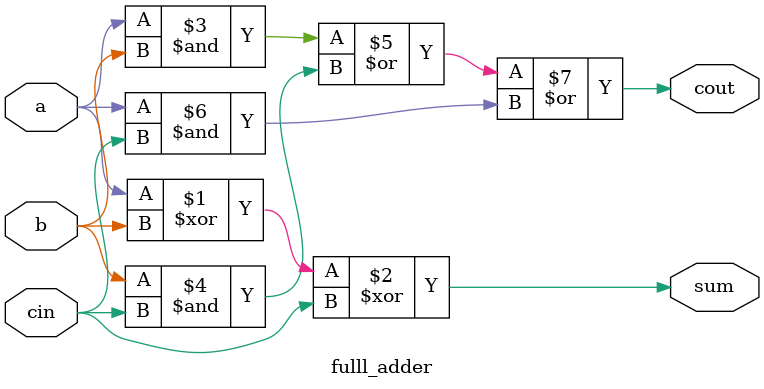
<source format=v>
module fulll_adder(
    input a, b, cin,
    output sum, cout
);
    assign sum = a ^ b ^ cin;
    assign cout = (a & b) | (b & cin) | (a & cin);
endmodule
</source>
